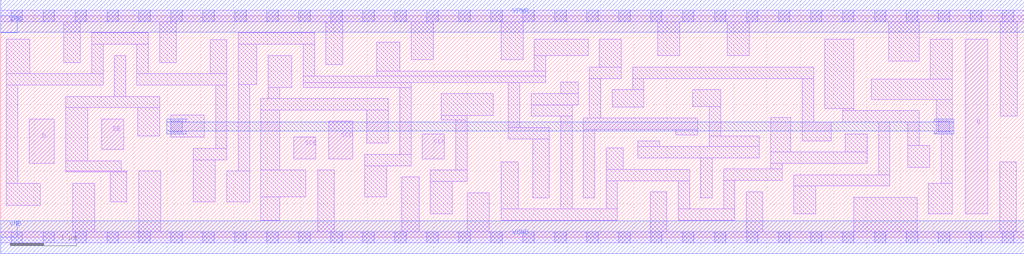
<source format=lef>
# Copyright 2020 The SkyWater PDK Authors
#
# Licensed under the Apache License, Version 2.0 (the "License");
# you may not use this file except in compliance with the License.
# You may obtain a copy of the License at
#
#     https://www.apache.org/licenses/LICENSE-2.0
#
# Unless required by applicable law or agreed to in writing, software
# distributed under the License is distributed on an "AS IS" BASIS,
# WITHOUT WARRANTIES OR CONDITIONS OF ANY KIND, either express or implied.
# See the License for the specific language governing permissions and
# limitations under the License.
#
# SPDX-License-Identifier: Apache-2.0

VERSION 5.5 ;
NAMESCASESENSITIVE ON ;
BUSBITCHARS "[]" ;
DIVIDERCHAR "/" ;
MACRO sky130_fd_sc_ms__sedfxtp_1
  CLASS CORE ;
  SOURCE USER ;
  ORIGIN  0.000000  0.000000 ;
  SIZE  15.36000 BY  3.330000 ;
  SYMMETRY X Y ;
  SITE unit ;
  PIN D
    ANTENNAGATEAREA  0.159000 ;
    DIRECTION INPUT ;
    USE SIGNAL ;
    PORT
      LAYER li1 ;
        RECT 0.425000 1.110000 0.805000 1.780000 ;
    END
  END D
  PIN DE
    ANTENNAGATEAREA  0.318000 ;
    DIRECTION INPUT ;
    USE SIGNAL ;
    PORT
      LAYER li1 ;
        RECT 1.515000 1.320000 1.845000 1.780000 ;
    END
  END DE
  PIN Q
    ANTENNADIFFAREA  0.518900 ;
    DIRECTION OUTPUT ;
    USE SIGNAL ;
    PORT
      LAYER li1 ;
        RECT 14.475000 0.350000 14.815000 2.980000 ;
    END
  END Q
  PIN SCD
    ANTENNAGATEAREA  0.159000 ;
    DIRECTION INPUT ;
    USE SIGNAL ;
    PORT
      LAYER li1 ;
        RECT 4.925000 1.180000 5.280000 1.745000 ;
    END
  END SCD
  PIN SCE
    ANTENNAGATEAREA  0.318000 ;
    DIRECTION INPUT ;
    USE SIGNAL ;
    PORT
      LAYER li1 ;
        RECT 4.400000 1.180000 4.730000 1.510000 ;
    END
  END SCE
  PIN CLK
    ANTENNAGATEAREA  0.279000 ;
    DIRECTION INPUT ;
    USE CLOCK ;
    PORT
      LAYER li1 ;
        RECT 6.330000 1.180000 6.660000 1.550000 ;
    END
  END CLK
  PIN VGND
    DIRECTION INOUT ;
    USE GROUND ;
    PORT
      LAYER met1 ;
        RECT 0.000000 -0.245000 15.360000 0.245000 ;
    END
  END VGND
  PIN VNB
    DIRECTION INOUT ;
    USE GROUND ;
    PORT
    END
  END VNB
  PIN VPB
    DIRECTION INOUT ;
    USE POWER ;
    PORT
    END
  END VPB
  PIN VNB
    DIRECTION INOUT ;
    USE GROUND ;
    PORT
      LAYER met1 ;
        RECT 0.000000 0.000000 0.250000 0.250000 ;
    END
  END VNB
  PIN VPB
    DIRECTION INOUT ;
    USE POWER ;
    PORT
      LAYER met1 ;
        RECT 0.000000 3.080000 0.250000 3.330000 ;
    END
  END VPB
  PIN VPWR
    DIRECTION INOUT ;
    USE POWER ;
    PORT
      LAYER met1 ;
        RECT 0.000000 3.085000 15.360000 3.575000 ;
    END
  END VPWR
  OBS
    LAYER li1 ;
      RECT  0.000000 -0.085000 15.360000 0.085000 ;
      RECT  0.000000  3.245000 15.360000 3.415000 ;
      RECT  0.085000  0.480000  0.590000 0.810000 ;
      RECT  0.085000  0.810000  0.255000 2.290000 ;
      RECT  0.085000  2.290000  1.535000 2.460000 ;
      RECT  0.085000  2.460000  0.435000 2.980000 ;
      RECT  0.945000  2.630000  1.195000 3.245000 ;
      RECT  0.975000  0.980000  1.890000 0.995000 ;
      RECT  0.975000  0.995000  1.810000 1.150000 ;
      RECT  0.975000  1.150000  1.305000 1.950000 ;
      RECT  0.975000  1.950000  2.385000 2.120000 ;
      RECT  1.080000  0.085000  1.410000 0.810000 ;
      RECT  1.365000  2.460000  1.535000 2.905000 ;
      RECT  1.365000  2.905000  2.215000 3.075000 ;
      RECT  1.640000  0.535000  1.890000 0.980000 ;
      RECT  1.705000  2.120000  1.875000 2.735000 ;
      RECT  2.045000  2.290000  3.395000 2.460000 ;
      RECT  2.045000  2.460000  2.215000 2.905000 ;
      RECT  2.055000  1.520000  2.385000 1.950000 ;
      RECT  2.070000  0.085000  2.400000 0.995000 ;
      RECT  2.385000  2.630000  2.635000 3.245000 ;
      RECT  2.555000  1.505000  3.055000 1.835000 ;
      RECT  2.890000  0.535000  3.220000 1.165000 ;
      RECT  2.890000  1.165000  3.395000 1.335000 ;
      RECT  3.145000  2.460000  3.395000 2.975000 ;
      RECT  3.225000  1.335000  3.395000 2.290000 ;
      RECT  3.390000  0.535000  3.735000 0.995000 ;
      RECT  3.565000  0.995000  3.735000 2.295000 ;
      RECT  3.565000  2.295000  3.845000 2.905000 ;
      RECT  3.565000  2.905000  4.710000 3.075000 ;
      RECT  3.905000  0.255000  4.185000 0.605000 ;
      RECT  3.905000  0.605000  4.575000 1.010000 ;
      RECT  3.905000  1.010000  4.185000 1.915000 ;
      RECT  3.905000  1.915000  5.820000 2.085000 ;
      RECT  4.015000  2.085000  4.185000 2.255000 ;
      RECT  4.015000  2.255000  4.370000 2.735000 ;
      RECT  4.540000  2.255000  6.160000 2.330000 ;
      RECT  4.540000  2.330000  8.180000 2.425000 ;
      RECT  4.540000  2.425000  4.710000 2.905000 ;
      RECT  4.755000  0.085000  5.005000 1.010000 ;
      RECT  4.880000  2.595000  5.130000 3.245000 ;
      RECT  5.465000  0.605000  5.795000 1.075000 ;
      RECT  5.465000  1.075000  6.160000 1.245000 ;
      RECT  5.490000  1.415000  5.820000 1.915000 ;
      RECT  5.640000  2.425000  8.180000 2.500000 ;
      RECT  5.640000  2.500000  5.990000 2.935000 ;
      RECT  5.990000  1.245000  6.160000 2.255000 ;
      RECT  6.020000  0.085000  6.280000 0.905000 ;
      RECT  6.160000  2.670000  6.490000 3.245000 ;
      RECT  6.450000  0.350000  6.780000 0.840000 ;
      RECT  6.450000  0.840000  7.000000 1.010000 ;
      RECT  6.610000  1.760000  7.000000 1.830000 ;
      RECT  6.610000  1.830000  7.390000 2.160000 ;
      RECT  6.830000  1.010000  7.000000 1.760000 ;
      RECT  7.005000  0.085000  7.335000 0.670000 ;
      RECT  7.510000  2.670000  7.840000 3.245000 ;
      RECT  7.515000  0.255000  9.255000 0.425000 ;
      RECT  7.515000  0.425000  7.765000 1.130000 ;
      RECT  7.620000  1.480000  8.235000 1.650000 ;
      RECT  7.620000  1.650000  7.790000 2.330000 ;
      RECT  7.960000  1.820000  8.575000 1.990000 ;
      RECT  7.960000  1.990000  8.665000 2.160000 ;
      RECT  7.985000  0.595000  8.235000 1.480000 ;
      RECT  8.010000  2.500000  8.180000 2.730000 ;
      RECT  8.010000  2.730000  8.815000 2.980000 ;
      RECT  8.405000  0.425000  8.575000 1.820000 ;
      RECT  8.405000  2.160000  8.665000 2.335000 ;
      RECT  8.745000  0.595000  8.915000 1.620000 ;
      RECT  8.745000  1.620000 10.465000 1.790000 ;
      RECT  8.835000  1.790000  9.005000 2.390000 ;
      RECT  8.835000  2.390000  9.315000 2.560000 ;
      RECT  8.985000  2.560000  9.315000 2.980000 ;
      RECT  9.085000  0.425000  9.255000 0.850000 ;
      RECT  9.085000  0.850000 10.340000 1.020000 ;
      RECT  9.085000  1.020000  9.340000 1.345000 ;
      RECT  9.175000  1.960000  9.655000 2.220000 ;
      RECT  9.485000  2.220000  9.655000 2.390000 ;
      RECT  9.485000  2.390000 12.200000 2.560000 ;
      RECT  9.565000  1.190000  9.895000 1.195000 ;
      RECT  9.565000  1.195000 11.385000 1.365000 ;
      RECT  9.565000  1.365000  9.895000 1.450000 ;
      RECT  9.750000  0.085000 10.000000 0.680000 ;
      RECT  9.865000  2.730000 10.195000 3.245000 ;
      RECT 10.135000  1.535000 10.465000 1.620000 ;
      RECT 10.135000  1.790000 10.465000 1.795000 ;
      RECT 10.170000  0.255000 11.020000 0.425000 ;
      RECT 10.170000  0.425000 10.340000 0.850000 ;
      RECT 10.385000  1.970000 10.805000 2.220000 ;
      RECT 10.510000  0.595000 10.680000 1.195000 ;
      RECT 10.635000  1.365000 11.385000 1.525000 ;
      RECT 10.635000  1.525000 10.805000 1.970000 ;
      RECT 10.850000  0.425000 11.020000 0.855000 ;
      RECT 10.850000  0.855000 11.730000 1.025000 ;
      RECT 10.905000  2.730000 11.235000 3.245000 ;
      RECT 11.190000  0.085000 11.440000 0.685000 ;
      RECT 11.560000  1.025000 11.730000 1.110000 ;
      RECT 11.560000  1.110000 13.005000 1.280000 ;
      RECT 11.560000  1.280000 11.860000 1.800000 ;
      RECT 11.900000  0.350000 12.230000 0.770000 ;
      RECT 11.900000  0.770000 13.345000 0.940000 ;
      RECT 12.030000  1.450000 12.465000 1.735000 ;
      RECT 12.030000  1.735000 12.200000 2.390000 ;
      RECT 12.370000  1.940000 12.805000 2.980000 ;
      RECT 12.635000  1.735000 13.785000 1.905000 ;
      RECT 12.635000  1.905000 12.805000 1.940000 ;
      RECT 12.675000  1.280000 13.005000 1.555000 ;
      RECT 12.800000  0.085000 13.755000 0.600000 ;
      RECT 13.065000  2.075000 14.285000 2.380000 ;
      RECT 13.175000  0.940000 13.345000 1.735000 ;
      RECT 13.330000  2.650000 13.785000 3.245000 ;
      RECT 13.615000  1.050000 13.945000 1.380000 ;
      RECT 13.615000  1.380000 13.785000 1.735000 ;
      RECT 13.925000  0.350000 14.285000 0.810000 ;
      RECT 13.955000  2.380000 14.285000 2.980000 ;
      RECT 14.045000  1.550000 14.285000 2.075000 ;
      RECT 14.115000  0.810000 14.285000 1.550000 ;
      RECT 14.995000  0.085000 15.245000 1.130000 ;
      RECT 15.005000  1.820000 15.255000 3.245000 ;
    LAYER mcon ;
      RECT  0.155000 -0.085000  0.325000 0.085000 ;
      RECT  0.155000  3.245000  0.325000 3.415000 ;
      RECT  0.635000 -0.085000  0.805000 0.085000 ;
      RECT  0.635000  3.245000  0.805000 3.415000 ;
      RECT  1.115000 -0.085000  1.285000 0.085000 ;
      RECT  1.115000  3.245000  1.285000 3.415000 ;
      RECT  1.595000 -0.085000  1.765000 0.085000 ;
      RECT  1.595000  3.245000  1.765000 3.415000 ;
      RECT  2.075000 -0.085000  2.245000 0.085000 ;
      RECT  2.075000  3.245000  2.245000 3.415000 ;
      RECT  2.555000 -0.085000  2.725000 0.085000 ;
      RECT  2.555000  1.580000  2.725000 1.750000 ;
      RECT  2.555000  3.245000  2.725000 3.415000 ;
      RECT  3.035000 -0.085000  3.205000 0.085000 ;
      RECT  3.035000  3.245000  3.205000 3.415000 ;
      RECT  3.515000 -0.085000  3.685000 0.085000 ;
      RECT  3.515000  3.245000  3.685000 3.415000 ;
      RECT  3.995000 -0.085000  4.165000 0.085000 ;
      RECT  3.995000  3.245000  4.165000 3.415000 ;
      RECT  4.475000 -0.085000  4.645000 0.085000 ;
      RECT  4.475000  3.245000  4.645000 3.415000 ;
      RECT  4.955000 -0.085000  5.125000 0.085000 ;
      RECT  4.955000  3.245000  5.125000 3.415000 ;
      RECT  5.435000 -0.085000  5.605000 0.085000 ;
      RECT  5.435000  3.245000  5.605000 3.415000 ;
      RECT  5.915000 -0.085000  6.085000 0.085000 ;
      RECT  5.915000  3.245000  6.085000 3.415000 ;
      RECT  6.395000 -0.085000  6.565000 0.085000 ;
      RECT  6.395000  3.245000  6.565000 3.415000 ;
      RECT  6.875000 -0.085000  7.045000 0.085000 ;
      RECT  6.875000  3.245000  7.045000 3.415000 ;
      RECT  7.355000 -0.085000  7.525000 0.085000 ;
      RECT  7.355000  3.245000  7.525000 3.415000 ;
      RECT  7.835000 -0.085000  8.005000 0.085000 ;
      RECT  7.835000  3.245000  8.005000 3.415000 ;
      RECT  8.315000 -0.085000  8.485000 0.085000 ;
      RECT  8.315000  3.245000  8.485000 3.415000 ;
      RECT  8.795000 -0.085000  8.965000 0.085000 ;
      RECT  8.795000  3.245000  8.965000 3.415000 ;
      RECT  9.275000 -0.085000  9.445000 0.085000 ;
      RECT  9.275000  3.245000  9.445000 3.415000 ;
      RECT  9.755000 -0.085000  9.925000 0.085000 ;
      RECT  9.755000  3.245000  9.925000 3.415000 ;
      RECT 10.235000 -0.085000 10.405000 0.085000 ;
      RECT 10.235000  3.245000 10.405000 3.415000 ;
      RECT 10.715000 -0.085000 10.885000 0.085000 ;
      RECT 10.715000  3.245000 10.885000 3.415000 ;
      RECT 11.195000 -0.085000 11.365000 0.085000 ;
      RECT 11.195000  3.245000 11.365000 3.415000 ;
      RECT 11.675000 -0.085000 11.845000 0.085000 ;
      RECT 11.675000  3.245000 11.845000 3.415000 ;
      RECT 12.155000 -0.085000 12.325000 0.085000 ;
      RECT 12.155000  3.245000 12.325000 3.415000 ;
      RECT 12.635000 -0.085000 12.805000 0.085000 ;
      RECT 12.635000  3.245000 12.805000 3.415000 ;
      RECT 13.115000 -0.085000 13.285000 0.085000 ;
      RECT 13.115000  3.245000 13.285000 3.415000 ;
      RECT 13.595000 -0.085000 13.765000 0.085000 ;
      RECT 13.595000  3.245000 13.765000 3.415000 ;
      RECT 14.075000 -0.085000 14.245000 0.085000 ;
      RECT 14.075000  1.580000 14.245000 1.750000 ;
      RECT 14.075000  3.245000 14.245000 3.415000 ;
      RECT 14.555000 -0.085000 14.725000 0.085000 ;
      RECT 14.555000  3.245000 14.725000 3.415000 ;
      RECT 15.035000 -0.085000 15.205000 0.085000 ;
      RECT 15.035000  3.245000 15.205000 3.415000 ;
    LAYER met1 ;
      RECT  2.495000 1.550000  2.785000 1.595000 ;
      RECT  2.495000 1.595000 14.305000 1.735000 ;
      RECT  2.495000 1.735000  2.785000 1.780000 ;
      RECT 14.015000 1.550000 14.305000 1.595000 ;
      RECT 14.015000 1.735000 14.305000 1.780000 ;
  END
END sky130_fd_sc_ms__sedfxtp_1
END LIBRARY

</source>
